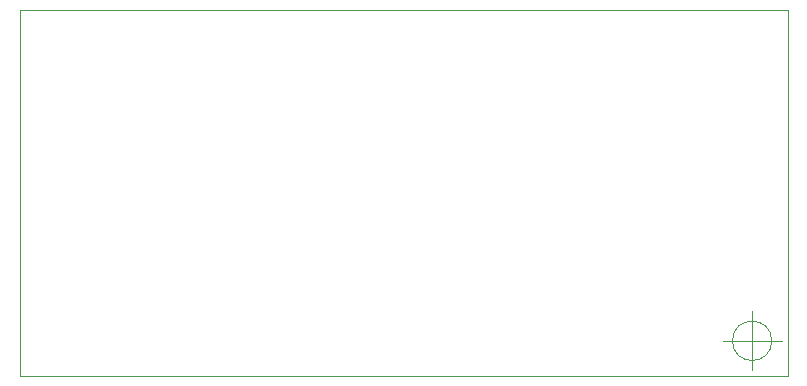
<source format=gbr>
G04 #@! TF.FileFunction,Profile,NP*
%FSLAX46Y46*%
G04 Gerber Fmt 4.6, Leading zero omitted, Abs format (unit mm)*
G04 Created by KiCad (PCBNEW (2015-01-16 BZR 5376)-product) date 20/06/2015 16:12:35*
%MOMM*%
G01*
G04 APERTURE LIST*
%ADD10C,0.100000*%
G04 APERTURE END LIST*
D10*
X118000000Y-120000000D02*
X118000000Y-89000000D01*
X183000000Y-120000000D02*
X118000000Y-120000000D01*
X183000000Y-89000000D02*
X183000000Y-120000000D01*
X118000000Y-89000000D02*
X183000000Y-89000000D01*
X181666666Y-117000000D02*
G75*
G03X181666666Y-117000000I-1666666J0D01*
G01*
X177500000Y-117000000D02*
X182500000Y-117000000D01*
X180000000Y-114500000D02*
X180000000Y-119500000D01*
X183000000Y-120000000D02*
X183000000Y-89000000D01*
X118000000Y-120000000D02*
X183000000Y-120000000D01*
X118000000Y-89000000D02*
X118000000Y-120000000D01*
X183000000Y-89000000D02*
X118000000Y-89000000D01*
M02*

</source>
